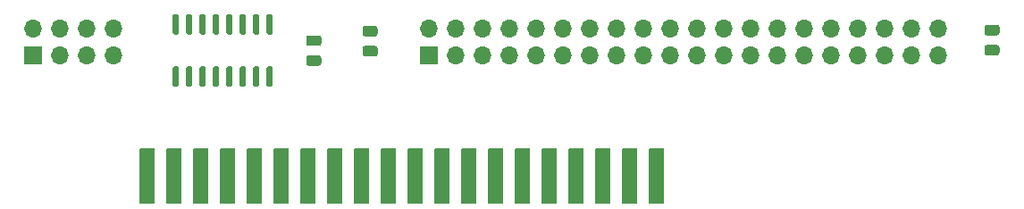
<source format=gbr>
G04 #@! TF.GenerationSoftware,KiCad,Pcbnew,(5.1.9-0-10_14)*
G04 #@! TF.CreationDate,2021-05-05T16:14:37-05:00*
G04 #@! TF.ProjectId,Prototype Card,50726f74-6f74-4797-9065-20436172642e,1.1*
G04 #@! TF.SameCoordinates,Original*
G04 #@! TF.FileFunction,Soldermask,Top*
G04 #@! TF.FilePolarity,Negative*
%FSLAX46Y46*%
G04 Gerber Fmt 4.6, Leading zero omitted, Abs format (unit mm)*
G04 Created by KiCad (PCBNEW (5.1.9-0-10_14)) date 2021-05-05 16:14:37*
%MOMM*%
%LPD*%
G01*
G04 APERTURE LIST*
%ADD10R,1.700000X1.700000*%
%ADD11O,1.700000X1.700000*%
G04 APERTURE END LIST*
G36*
G01*
X164185000Y-132591600D02*
X162915000Y-132591600D01*
G75*
G02*
X162813400Y-132490000I0J101600D01*
G01*
X162813400Y-127410000D01*
G75*
G02*
X162915000Y-127308400I101600J0D01*
G01*
X164185000Y-127308400D01*
G75*
G02*
X164286600Y-127410000I0J-101600D01*
G01*
X164286600Y-132490000D01*
G75*
G02*
X164185000Y-132591600I-101600J0D01*
G01*
G37*
G36*
G01*
X161645000Y-132591600D02*
X160375000Y-132591600D01*
G75*
G02*
X160273400Y-132490000I0J101600D01*
G01*
X160273400Y-127410000D01*
G75*
G02*
X160375000Y-127308400I101600J0D01*
G01*
X161645000Y-127308400D01*
G75*
G02*
X161746600Y-127410000I0J-101600D01*
G01*
X161746600Y-132490000D01*
G75*
G02*
X161645000Y-132591600I-101600J0D01*
G01*
G37*
G36*
G01*
X159105000Y-132591600D02*
X157835000Y-132591600D01*
G75*
G02*
X157733400Y-132490000I0J101600D01*
G01*
X157733400Y-127410000D01*
G75*
G02*
X157835000Y-127308400I101600J0D01*
G01*
X159105000Y-127308400D01*
G75*
G02*
X159206600Y-127410000I0J-101600D01*
G01*
X159206600Y-132490000D01*
G75*
G02*
X159105000Y-132591600I-101600J0D01*
G01*
G37*
G36*
G01*
X156565000Y-132591600D02*
X155295000Y-132591600D01*
G75*
G02*
X155193400Y-132490000I0J101600D01*
G01*
X155193400Y-127410000D01*
G75*
G02*
X155295000Y-127308400I101600J0D01*
G01*
X156565000Y-127308400D01*
G75*
G02*
X156666600Y-127410000I0J-101600D01*
G01*
X156666600Y-132490000D01*
G75*
G02*
X156565000Y-132591600I-101600J0D01*
G01*
G37*
G36*
G01*
X154025000Y-132591600D02*
X152755000Y-132591600D01*
G75*
G02*
X152653400Y-132490000I0J101600D01*
G01*
X152653400Y-127410000D01*
G75*
G02*
X152755000Y-127308400I101600J0D01*
G01*
X154025000Y-127308400D01*
G75*
G02*
X154126600Y-127410000I0J-101600D01*
G01*
X154126600Y-132490000D01*
G75*
G02*
X154025000Y-132591600I-101600J0D01*
G01*
G37*
G36*
G01*
X151485000Y-132591600D02*
X150215000Y-132591600D01*
G75*
G02*
X150113400Y-132490000I0J101600D01*
G01*
X150113400Y-127410000D01*
G75*
G02*
X150215000Y-127308400I101600J0D01*
G01*
X151485000Y-127308400D01*
G75*
G02*
X151586600Y-127410000I0J-101600D01*
G01*
X151586600Y-132490000D01*
G75*
G02*
X151485000Y-132591600I-101600J0D01*
G01*
G37*
G36*
G01*
X148945000Y-132591600D02*
X147675000Y-132591600D01*
G75*
G02*
X147573400Y-132490000I0J101600D01*
G01*
X147573400Y-127410000D01*
G75*
G02*
X147675000Y-127308400I101600J0D01*
G01*
X148945000Y-127308400D01*
G75*
G02*
X149046600Y-127410000I0J-101600D01*
G01*
X149046600Y-132490000D01*
G75*
G02*
X148945000Y-132591600I-101600J0D01*
G01*
G37*
G36*
G01*
X146405000Y-132591600D02*
X145135000Y-132591600D01*
G75*
G02*
X145033400Y-132490000I0J101600D01*
G01*
X145033400Y-127410000D01*
G75*
G02*
X145135000Y-127308400I101600J0D01*
G01*
X146405000Y-127308400D01*
G75*
G02*
X146506600Y-127410000I0J-101600D01*
G01*
X146506600Y-132490000D01*
G75*
G02*
X146405000Y-132591600I-101600J0D01*
G01*
G37*
G36*
G01*
X143865000Y-132591600D02*
X142595000Y-132591600D01*
G75*
G02*
X142493400Y-132490000I0J101600D01*
G01*
X142493400Y-127410000D01*
G75*
G02*
X142595000Y-127308400I101600J0D01*
G01*
X143865000Y-127308400D01*
G75*
G02*
X143966600Y-127410000I0J-101600D01*
G01*
X143966600Y-132490000D01*
G75*
G02*
X143865000Y-132591600I-101600J0D01*
G01*
G37*
G36*
G01*
X141325000Y-132591600D02*
X140055000Y-132591600D01*
G75*
G02*
X139953400Y-132490000I0J101600D01*
G01*
X139953400Y-127410000D01*
G75*
G02*
X140055000Y-127308400I101600J0D01*
G01*
X141325000Y-127308400D01*
G75*
G02*
X141426600Y-127410000I0J-101600D01*
G01*
X141426600Y-132490000D01*
G75*
G02*
X141325000Y-132591600I-101600J0D01*
G01*
G37*
G36*
G01*
X138785000Y-132591600D02*
X137515000Y-132591600D01*
G75*
G02*
X137413400Y-132490000I0J101600D01*
G01*
X137413400Y-127410000D01*
G75*
G02*
X137515000Y-127308400I101600J0D01*
G01*
X138785000Y-127308400D01*
G75*
G02*
X138886600Y-127410000I0J-101600D01*
G01*
X138886600Y-132490000D01*
G75*
G02*
X138785000Y-132591600I-101600J0D01*
G01*
G37*
G36*
G01*
X136245000Y-132591600D02*
X134975000Y-132591600D01*
G75*
G02*
X134873400Y-132490000I0J101600D01*
G01*
X134873400Y-127410000D01*
G75*
G02*
X134975000Y-127308400I101600J0D01*
G01*
X136245000Y-127308400D01*
G75*
G02*
X136346600Y-127410000I0J-101600D01*
G01*
X136346600Y-132490000D01*
G75*
G02*
X136245000Y-132591600I-101600J0D01*
G01*
G37*
G36*
G01*
X133705000Y-132591600D02*
X132435000Y-132591600D01*
G75*
G02*
X132333400Y-132490000I0J101600D01*
G01*
X132333400Y-127410000D01*
G75*
G02*
X132435000Y-127308400I101600J0D01*
G01*
X133705000Y-127308400D01*
G75*
G02*
X133806600Y-127410000I0J-101600D01*
G01*
X133806600Y-132490000D01*
G75*
G02*
X133705000Y-132591600I-101600J0D01*
G01*
G37*
G36*
G01*
X131165000Y-132591600D02*
X129895000Y-132591600D01*
G75*
G02*
X129793400Y-132490000I0J101600D01*
G01*
X129793400Y-127410000D01*
G75*
G02*
X129895000Y-127308400I101600J0D01*
G01*
X131165000Y-127308400D01*
G75*
G02*
X131266600Y-127410000I0J-101600D01*
G01*
X131266600Y-132490000D01*
G75*
G02*
X131165000Y-132591600I-101600J0D01*
G01*
G37*
G36*
G01*
X128625000Y-132591600D02*
X127355000Y-132591600D01*
G75*
G02*
X127253400Y-132490000I0J101600D01*
G01*
X127253400Y-127410000D01*
G75*
G02*
X127355000Y-127308400I101600J0D01*
G01*
X128625000Y-127308400D01*
G75*
G02*
X128726600Y-127410000I0J-101600D01*
G01*
X128726600Y-132490000D01*
G75*
G02*
X128625000Y-132591600I-101600J0D01*
G01*
G37*
G36*
G01*
X126085000Y-132591600D02*
X124815000Y-132591600D01*
G75*
G02*
X124713400Y-132490000I0J101600D01*
G01*
X124713400Y-127410000D01*
G75*
G02*
X124815000Y-127308400I101600J0D01*
G01*
X126085000Y-127308400D01*
G75*
G02*
X126186600Y-127410000I0J-101600D01*
G01*
X126186600Y-132490000D01*
G75*
G02*
X126085000Y-132591600I-101600J0D01*
G01*
G37*
G36*
G01*
X123545000Y-132591600D02*
X122275000Y-132591600D01*
G75*
G02*
X122173400Y-132490000I0J101600D01*
G01*
X122173400Y-127410000D01*
G75*
G02*
X122275000Y-127308400I101600J0D01*
G01*
X123545000Y-127308400D01*
G75*
G02*
X123646600Y-127410000I0J-101600D01*
G01*
X123646600Y-132490000D01*
G75*
G02*
X123545000Y-132591600I-101600J0D01*
G01*
G37*
G36*
G01*
X121005000Y-132591600D02*
X119735000Y-132591600D01*
G75*
G02*
X119633400Y-132490000I0J101600D01*
G01*
X119633400Y-127410000D01*
G75*
G02*
X119735000Y-127308400I101600J0D01*
G01*
X121005000Y-127308400D01*
G75*
G02*
X121106600Y-127410000I0J-101600D01*
G01*
X121106600Y-132490000D01*
G75*
G02*
X121005000Y-132591600I-101600J0D01*
G01*
G37*
G36*
G01*
X118465000Y-132591600D02*
X117195000Y-132591600D01*
G75*
G02*
X117093400Y-132490000I0J101600D01*
G01*
X117093400Y-127410000D01*
G75*
G02*
X117195000Y-127308400I101600J0D01*
G01*
X118465000Y-127308400D01*
G75*
G02*
X118566600Y-127410000I0J-101600D01*
G01*
X118566600Y-132490000D01*
G75*
G02*
X118465000Y-132591600I-101600J0D01*
G01*
G37*
G36*
G01*
X115925000Y-132591600D02*
X114655000Y-132591600D01*
G75*
G02*
X114553400Y-132490000I0J101600D01*
G01*
X114553400Y-127410000D01*
G75*
G02*
X114655000Y-127308400I101600J0D01*
G01*
X115925000Y-127308400D01*
G75*
G02*
X116026600Y-127410000I0J-101600D01*
G01*
X116026600Y-132490000D01*
G75*
G02*
X115925000Y-132591600I-101600J0D01*
G01*
G37*
G36*
G01*
X194851000Y-115600000D02*
X195801000Y-115600000D01*
G75*
G02*
X196051000Y-115850000I0J-250000D01*
G01*
X196051000Y-116350000D01*
G75*
G02*
X195801000Y-116600000I-250000J0D01*
G01*
X194851000Y-116600000D01*
G75*
G02*
X194601000Y-116350000I0J250000D01*
G01*
X194601000Y-115850000D01*
G75*
G02*
X194851000Y-115600000I250000J0D01*
G01*
G37*
G36*
G01*
X194851000Y-117500000D02*
X195801000Y-117500000D01*
G75*
G02*
X196051000Y-117750000I0J-250000D01*
G01*
X196051000Y-118250000D01*
G75*
G02*
X195801000Y-118500000I-250000J0D01*
G01*
X194851000Y-118500000D01*
G75*
G02*
X194601000Y-118250000I0J250000D01*
G01*
X194601000Y-117750000D01*
G75*
G02*
X194851000Y-117500000I250000J0D01*
G01*
G37*
G36*
G01*
X131539000Y-119500000D02*
X130589000Y-119500000D01*
G75*
G02*
X130339000Y-119250000I0J250000D01*
G01*
X130339000Y-118750000D01*
G75*
G02*
X130589000Y-118500000I250000J0D01*
G01*
X131539000Y-118500000D01*
G75*
G02*
X131789000Y-118750000I0J-250000D01*
G01*
X131789000Y-119250000D01*
G75*
G02*
X131539000Y-119500000I-250000J0D01*
G01*
G37*
G36*
G01*
X131539000Y-117600000D02*
X130589000Y-117600000D01*
G75*
G02*
X130339000Y-117350000I0J250000D01*
G01*
X130339000Y-116850000D01*
G75*
G02*
X130589000Y-116600000I250000J0D01*
G01*
X131539000Y-116600000D01*
G75*
G02*
X131789000Y-116850000I0J-250000D01*
G01*
X131789000Y-117350000D01*
G75*
G02*
X131539000Y-117600000I-250000J0D01*
G01*
G37*
G36*
G01*
X135923000Y-117610000D02*
X136873000Y-117610000D01*
G75*
G02*
X137123000Y-117860000I0J-250000D01*
G01*
X137123000Y-118360000D01*
G75*
G02*
X136873000Y-118610000I-250000J0D01*
G01*
X135923000Y-118610000D01*
G75*
G02*
X135673000Y-118360000I0J250000D01*
G01*
X135673000Y-117860000D01*
G75*
G02*
X135923000Y-117610000I250000J0D01*
G01*
G37*
G36*
G01*
X135923000Y-115710000D02*
X136873000Y-115710000D01*
G75*
G02*
X137123000Y-115960000I0J-250000D01*
G01*
X137123000Y-116460000D01*
G75*
G02*
X136873000Y-116710000I-250000J0D01*
G01*
X135923000Y-116710000D01*
G75*
G02*
X135673000Y-116460000I0J250000D01*
G01*
X135673000Y-115960000D01*
G75*
G02*
X135923000Y-115710000I250000J0D01*
G01*
G37*
D10*
X142000000Y-118500000D03*
D11*
X142000000Y-115960000D03*
X144540000Y-118500000D03*
X144540000Y-115960000D03*
X147080000Y-118500000D03*
X147080000Y-115960000D03*
X149620000Y-118500000D03*
X149620000Y-115960000D03*
X152160000Y-118500000D03*
X152160000Y-115960000D03*
X154700000Y-118500000D03*
X154700000Y-115960000D03*
X157240000Y-118500000D03*
X157240000Y-115960000D03*
X159780000Y-118500000D03*
X159780000Y-115960000D03*
X162320000Y-118500000D03*
X162320000Y-115960000D03*
X164860000Y-118500000D03*
X164860000Y-115960000D03*
X167400000Y-118500000D03*
X167400000Y-115960000D03*
X169940000Y-118500000D03*
X169940000Y-115960000D03*
X172480000Y-118500000D03*
X172480000Y-115960000D03*
X175020000Y-118500000D03*
X175020000Y-115960000D03*
X177560000Y-118500000D03*
X177560000Y-115960000D03*
X180100000Y-118500000D03*
X180100000Y-115960000D03*
X182640000Y-118500000D03*
X182640000Y-115960000D03*
X185180000Y-118500000D03*
X185180000Y-115960000D03*
X187720000Y-118500000D03*
X187720000Y-115960000D03*
X190260000Y-118500000D03*
X190260000Y-115960000D03*
D10*
X104500000Y-118500000D03*
D11*
X104500000Y-115960000D03*
X107040000Y-118500000D03*
X107040000Y-115960000D03*
X109580000Y-118500000D03*
X109580000Y-115960000D03*
X112120000Y-118500000D03*
X112120000Y-115960000D03*
G36*
G01*
X126740000Y-114575000D02*
X127040000Y-114575000D01*
G75*
G02*
X127190000Y-114725000I0J-150000D01*
G01*
X127190000Y-116375000D01*
G75*
G02*
X127040000Y-116525000I-150000J0D01*
G01*
X126740000Y-116525000D01*
G75*
G02*
X126590000Y-116375000I0J150000D01*
G01*
X126590000Y-114725000D01*
G75*
G02*
X126740000Y-114575000I150000J0D01*
G01*
G37*
G36*
G01*
X125470000Y-114575000D02*
X125770000Y-114575000D01*
G75*
G02*
X125920000Y-114725000I0J-150000D01*
G01*
X125920000Y-116375000D01*
G75*
G02*
X125770000Y-116525000I-150000J0D01*
G01*
X125470000Y-116525000D01*
G75*
G02*
X125320000Y-116375000I0J150000D01*
G01*
X125320000Y-114725000D01*
G75*
G02*
X125470000Y-114575000I150000J0D01*
G01*
G37*
G36*
G01*
X124200000Y-114575000D02*
X124500000Y-114575000D01*
G75*
G02*
X124650000Y-114725000I0J-150000D01*
G01*
X124650000Y-116375000D01*
G75*
G02*
X124500000Y-116525000I-150000J0D01*
G01*
X124200000Y-116525000D01*
G75*
G02*
X124050000Y-116375000I0J150000D01*
G01*
X124050000Y-114725000D01*
G75*
G02*
X124200000Y-114575000I150000J0D01*
G01*
G37*
G36*
G01*
X122930000Y-114575000D02*
X123230000Y-114575000D01*
G75*
G02*
X123380000Y-114725000I0J-150000D01*
G01*
X123380000Y-116375000D01*
G75*
G02*
X123230000Y-116525000I-150000J0D01*
G01*
X122930000Y-116525000D01*
G75*
G02*
X122780000Y-116375000I0J150000D01*
G01*
X122780000Y-114725000D01*
G75*
G02*
X122930000Y-114575000I150000J0D01*
G01*
G37*
G36*
G01*
X121660000Y-114575000D02*
X121960000Y-114575000D01*
G75*
G02*
X122110000Y-114725000I0J-150000D01*
G01*
X122110000Y-116375000D01*
G75*
G02*
X121960000Y-116525000I-150000J0D01*
G01*
X121660000Y-116525000D01*
G75*
G02*
X121510000Y-116375000I0J150000D01*
G01*
X121510000Y-114725000D01*
G75*
G02*
X121660000Y-114575000I150000J0D01*
G01*
G37*
G36*
G01*
X120390000Y-114575000D02*
X120690000Y-114575000D01*
G75*
G02*
X120840000Y-114725000I0J-150000D01*
G01*
X120840000Y-116375000D01*
G75*
G02*
X120690000Y-116525000I-150000J0D01*
G01*
X120390000Y-116525000D01*
G75*
G02*
X120240000Y-116375000I0J150000D01*
G01*
X120240000Y-114725000D01*
G75*
G02*
X120390000Y-114575000I150000J0D01*
G01*
G37*
G36*
G01*
X119120000Y-114575000D02*
X119420000Y-114575000D01*
G75*
G02*
X119570000Y-114725000I0J-150000D01*
G01*
X119570000Y-116375000D01*
G75*
G02*
X119420000Y-116525000I-150000J0D01*
G01*
X119120000Y-116525000D01*
G75*
G02*
X118970000Y-116375000I0J150000D01*
G01*
X118970000Y-114725000D01*
G75*
G02*
X119120000Y-114575000I150000J0D01*
G01*
G37*
G36*
G01*
X117850000Y-114575000D02*
X118150000Y-114575000D01*
G75*
G02*
X118300000Y-114725000I0J-150000D01*
G01*
X118300000Y-116375000D01*
G75*
G02*
X118150000Y-116525000I-150000J0D01*
G01*
X117850000Y-116525000D01*
G75*
G02*
X117700000Y-116375000I0J150000D01*
G01*
X117700000Y-114725000D01*
G75*
G02*
X117850000Y-114575000I150000J0D01*
G01*
G37*
G36*
G01*
X117850000Y-119525000D02*
X118150000Y-119525000D01*
G75*
G02*
X118300000Y-119675000I0J-150000D01*
G01*
X118300000Y-121325000D01*
G75*
G02*
X118150000Y-121475000I-150000J0D01*
G01*
X117850000Y-121475000D01*
G75*
G02*
X117700000Y-121325000I0J150000D01*
G01*
X117700000Y-119675000D01*
G75*
G02*
X117850000Y-119525000I150000J0D01*
G01*
G37*
G36*
G01*
X119120000Y-119525000D02*
X119420000Y-119525000D01*
G75*
G02*
X119570000Y-119675000I0J-150000D01*
G01*
X119570000Y-121325000D01*
G75*
G02*
X119420000Y-121475000I-150000J0D01*
G01*
X119120000Y-121475000D01*
G75*
G02*
X118970000Y-121325000I0J150000D01*
G01*
X118970000Y-119675000D01*
G75*
G02*
X119120000Y-119525000I150000J0D01*
G01*
G37*
G36*
G01*
X120390000Y-119525000D02*
X120690000Y-119525000D01*
G75*
G02*
X120840000Y-119675000I0J-150000D01*
G01*
X120840000Y-121325000D01*
G75*
G02*
X120690000Y-121475000I-150000J0D01*
G01*
X120390000Y-121475000D01*
G75*
G02*
X120240000Y-121325000I0J150000D01*
G01*
X120240000Y-119675000D01*
G75*
G02*
X120390000Y-119525000I150000J0D01*
G01*
G37*
G36*
G01*
X121660000Y-119525000D02*
X121960000Y-119525000D01*
G75*
G02*
X122110000Y-119675000I0J-150000D01*
G01*
X122110000Y-121325000D01*
G75*
G02*
X121960000Y-121475000I-150000J0D01*
G01*
X121660000Y-121475000D01*
G75*
G02*
X121510000Y-121325000I0J150000D01*
G01*
X121510000Y-119675000D01*
G75*
G02*
X121660000Y-119525000I150000J0D01*
G01*
G37*
G36*
G01*
X122930000Y-119525000D02*
X123230000Y-119525000D01*
G75*
G02*
X123380000Y-119675000I0J-150000D01*
G01*
X123380000Y-121325000D01*
G75*
G02*
X123230000Y-121475000I-150000J0D01*
G01*
X122930000Y-121475000D01*
G75*
G02*
X122780000Y-121325000I0J150000D01*
G01*
X122780000Y-119675000D01*
G75*
G02*
X122930000Y-119525000I150000J0D01*
G01*
G37*
G36*
G01*
X124200000Y-119525000D02*
X124500000Y-119525000D01*
G75*
G02*
X124650000Y-119675000I0J-150000D01*
G01*
X124650000Y-121325000D01*
G75*
G02*
X124500000Y-121475000I-150000J0D01*
G01*
X124200000Y-121475000D01*
G75*
G02*
X124050000Y-121325000I0J150000D01*
G01*
X124050000Y-119675000D01*
G75*
G02*
X124200000Y-119525000I150000J0D01*
G01*
G37*
G36*
G01*
X125470000Y-119525000D02*
X125770000Y-119525000D01*
G75*
G02*
X125920000Y-119675000I0J-150000D01*
G01*
X125920000Y-121325000D01*
G75*
G02*
X125770000Y-121475000I-150000J0D01*
G01*
X125470000Y-121475000D01*
G75*
G02*
X125320000Y-121325000I0J150000D01*
G01*
X125320000Y-119675000D01*
G75*
G02*
X125470000Y-119525000I150000J0D01*
G01*
G37*
G36*
G01*
X126740000Y-119525000D02*
X127040000Y-119525000D01*
G75*
G02*
X127190000Y-119675000I0J-150000D01*
G01*
X127190000Y-121325000D01*
G75*
G02*
X127040000Y-121475000I-150000J0D01*
G01*
X126740000Y-121475000D01*
G75*
G02*
X126590000Y-121325000I0J150000D01*
G01*
X126590000Y-119675000D01*
G75*
G02*
X126740000Y-119525000I150000J0D01*
G01*
G37*
M02*

</source>
